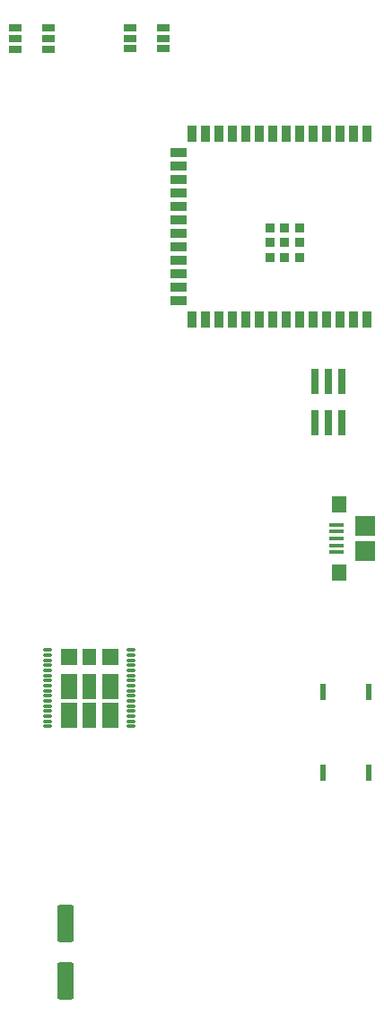
<source format=gbr>
%TF.GenerationSoftware,KiCad,Pcbnew,7.0.6-0*%
%TF.CreationDate,2023-08-11T12:33:22-04:00*%
%TF.ProjectId,bitaxeMax,62697461-7865-44d6-9178-2e6b69636164,rev?*%
%TF.SameCoordinates,Original*%
%TF.FileFunction,Paste,Bot*%
%TF.FilePolarity,Positive*%
%FSLAX46Y46*%
G04 Gerber Fmt 4.6, Leading zero omitted, Abs format (unit mm)*
G04 Created by KiCad (PCBNEW 7.0.6-0) date 2023-08-11 12:33:22*
%MOMM*%
%LPD*%
G01*
G04 APERTURE LIST*
G04 Aperture macros list*
%AMRoundRect*
0 Rectangle with rounded corners*
0 $1 Rounding radius*
0 $2 $3 $4 $5 $6 $7 $8 $9 X,Y pos of 4 corners*
0 Add a 4 corners polygon primitive as box body*
4,1,4,$2,$3,$4,$5,$6,$7,$8,$9,$2,$3,0*
0 Add four circle primitives for the rounded corners*
1,1,$1+$1,$2,$3*
1,1,$1+$1,$4,$5*
1,1,$1+$1,$6,$7*
1,1,$1+$1,$8,$9*
0 Add four rect primitives between the rounded corners*
20,1,$1+$1,$2,$3,$4,$5,0*
20,1,$1+$1,$4,$5,$6,$7,0*
20,1,$1+$1,$6,$7,$8,$9,0*
20,1,$1+$1,$8,$9,$2,$3,0*%
G04 Aperture macros list end*
%ADD10C,0.100000*%
%ADD11R,0.508000X1.524000*%
%ADD12R,0.900000X1.500000*%
%ADD13R,1.500000X0.900000*%
%ADD14R,0.900000X0.900000*%
%ADD15RoundRect,0.135000X0.295000X0.000000X-0.295000X0.000000X-0.295000X0.000000X0.295000X0.000000X0*%
%ADD16R,1.193800X0.711200*%
%ADD17RoundRect,0.250000X-0.550000X1.500000X-0.550000X-1.500000X0.550000X-1.500000X0.550000X1.500000X0*%
%ADD18R,0.760000X2.400000*%
%ADD19R,1.346200X0.406400*%
%ADD20R,1.397000X1.600200*%
%ADD21R,1.905000X1.905000*%
G04 APERTURE END LIST*
%TO.C,IC1*%
D10*
X108350000Y-120180000D02*
X106890000Y-120180000D01*
X106890000Y-117880000D01*
X108350000Y-117880000D01*
X108350000Y-120180000D01*
G36*
X108350000Y-120180000D02*
G01*
X106890000Y-120180000D01*
X106890000Y-117880000D01*
X108350000Y-117880000D01*
X108350000Y-120180000D01*
G37*
X108350000Y-117480000D02*
X106890000Y-117480000D01*
X106890000Y-115180000D01*
X108350000Y-115180000D01*
X108350000Y-117480000D01*
G36*
X108350000Y-117480000D02*
G01*
X106890000Y-117480000D01*
X106890000Y-115180000D01*
X108350000Y-115180000D01*
X108350000Y-117480000D01*
G37*
X108350000Y-114180000D02*
X106890000Y-114180000D01*
X106890000Y-112780000D01*
X108350000Y-112780000D01*
X108350000Y-114180000D01*
G36*
X108350000Y-114180000D02*
G01*
X106890000Y-114180000D01*
X106890000Y-112780000D01*
X108350000Y-112780000D01*
X108350000Y-114180000D01*
G37*
X106250000Y-120180000D02*
X105030000Y-120180000D01*
X105030000Y-117880000D01*
X106250000Y-117880000D01*
X106250000Y-120180000D01*
G36*
X106250000Y-120180000D02*
G01*
X105030000Y-120180000D01*
X105030000Y-117880000D01*
X106250000Y-117880000D01*
X106250000Y-120180000D01*
G37*
X106250000Y-117480000D02*
X105030000Y-117480000D01*
X105030000Y-115180000D01*
X106250000Y-115180000D01*
X106250000Y-117480000D01*
G36*
X106250000Y-117480000D02*
G01*
X105030000Y-117480000D01*
X105030000Y-115180000D01*
X106250000Y-115180000D01*
X106250000Y-117480000D01*
G37*
X106250000Y-114180000D02*
X105030000Y-114180000D01*
X105030000Y-112780000D01*
X106250000Y-112780000D01*
X106250000Y-114180000D01*
G36*
X106250000Y-114180000D02*
G01*
X105030000Y-114180000D01*
X105030000Y-112780000D01*
X106250000Y-112780000D01*
X106250000Y-114180000D01*
G37*
X104490000Y-120180000D02*
X103030000Y-120180000D01*
X103030000Y-117880000D01*
X104490000Y-117880000D01*
X104490000Y-120180000D01*
G36*
X104490000Y-120180000D02*
G01*
X103030000Y-120180000D01*
X103030000Y-117880000D01*
X104490000Y-117880000D01*
X104490000Y-120180000D01*
G37*
X104490000Y-117480000D02*
X103030000Y-117480000D01*
X103030000Y-115180000D01*
X104490000Y-115180000D01*
X104490000Y-117480000D01*
G36*
X104490000Y-117480000D02*
G01*
X103030000Y-117480000D01*
X103030000Y-115180000D01*
X104490000Y-115180000D01*
X104490000Y-117480000D01*
G37*
X104490000Y-114180000D02*
X103030000Y-114180000D01*
X103030000Y-112780000D01*
X104490000Y-112780000D01*
X104490000Y-114180000D01*
G36*
X104490000Y-114180000D02*
G01*
X103030000Y-114180000D01*
X103030000Y-112780000D01*
X104490000Y-112780000D01*
X104490000Y-114180000D01*
G37*
%TD*%
D11*
%TO.C,SW1*%
X132080000Y-116840000D03*
X127762000Y-116840000D03*
%TD*%
D12*
%TO.C,U12*%
X131870000Y-81710000D03*
X130600000Y-81710000D03*
X129330000Y-81710000D03*
X128060000Y-81710000D03*
X126790000Y-81710000D03*
X125520000Y-81710000D03*
X124250000Y-81710000D03*
X122980000Y-81710000D03*
X121710000Y-81710000D03*
X120440000Y-81710000D03*
X119170000Y-81710000D03*
X117900000Y-81710000D03*
X116630000Y-81710000D03*
X115360000Y-81710000D03*
D13*
X114110000Y-79945000D03*
X114110000Y-78675000D03*
X114110000Y-77405000D03*
X114110000Y-76135000D03*
X114110000Y-74865000D03*
X114110000Y-73595000D03*
X114110000Y-72325000D03*
X114110000Y-71055000D03*
X114110000Y-69785000D03*
X114110000Y-68515000D03*
X114110000Y-67245000D03*
X114110000Y-65975000D03*
D12*
X115360000Y-64210000D03*
X116630000Y-64210000D03*
X117900000Y-64210000D03*
X119170000Y-64210000D03*
X120440000Y-64210000D03*
X121710000Y-64210000D03*
X122980000Y-64210000D03*
X124250000Y-64210000D03*
X125520000Y-64210000D03*
X126790000Y-64210000D03*
X128060000Y-64210000D03*
X129330000Y-64210000D03*
X130600000Y-64210000D03*
X131870000Y-64210000D03*
D14*
X122750000Y-75860000D03*
X124150000Y-75860000D03*
X125550000Y-75860000D03*
X122750000Y-74460000D03*
X124150000Y-74460000D03*
X125550000Y-74460000D03*
X122750000Y-73060000D03*
X124150000Y-73060000D03*
X125550000Y-73060000D03*
%TD*%
D15*
%TO.C,IC1*%
X109624600Y-112880000D03*
X109624600Y-113360000D03*
X109624600Y-113840000D03*
X109624600Y-114320000D03*
X109624600Y-114800000D03*
X109624600Y-115280000D03*
X109624600Y-115760000D03*
X109624600Y-116240000D03*
X109624600Y-116720000D03*
X109624600Y-117200000D03*
X109624600Y-117680000D03*
X109624600Y-118160000D03*
X109624600Y-118640000D03*
X109624600Y-119120000D03*
X109624600Y-119600000D03*
X109624600Y-120080000D03*
X101755400Y-120080000D03*
X101755400Y-119600000D03*
X101755400Y-119120000D03*
X101755400Y-118640000D03*
X101755400Y-118160000D03*
X101755400Y-117680000D03*
X101755400Y-117200000D03*
X101755400Y-116720000D03*
X101755400Y-116240000D03*
X101755400Y-115760000D03*
X101755400Y-115280000D03*
X101755400Y-114800000D03*
X101755400Y-114320000D03*
X101755400Y-113840000D03*
X101755400Y-113360000D03*
X101755400Y-112880000D03*
%TD*%
D11*
%TO.C,SW2*%
X132080000Y-124460000D03*
X127762000Y-124460000D03*
%TD*%
D16*
%TO.C,U13*%
X112698247Y-54179999D03*
X112698247Y-55180000D03*
X112698247Y-56180001D03*
X109574047Y-56180001D03*
X109574047Y-55180000D03*
X109574047Y-54179999D03*
%TD*%
D17*
%TO.C,C28*%
X103490000Y-138720000D03*
X103490000Y-144120000D03*
%TD*%
D18*
%TO.C,J11*%
X129540000Y-91440000D03*
X129540000Y-87540000D03*
X128270000Y-91440000D03*
X128270000Y-87540000D03*
X127000000Y-91440000D03*
X127000000Y-87540000D03*
%TD*%
D16*
%TO.C,U4*%
X101864394Y-54209999D03*
X101864394Y-55210000D03*
X101864394Y-56210001D03*
X98740194Y-56210001D03*
X98740194Y-55210000D03*
X98740194Y-54209999D03*
%TD*%
D19*
%TO.C,USB1*%
X129061999Y-101059998D03*
X129061999Y-101709999D03*
X129061999Y-102359998D03*
X129061999Y-103009997D03*
X129061999Y-103659998D03*
D20*
X129286999Y-99159997D03*
X129286999Y-105559999D03*
D21*
X131737000Y-101159998D03*
X131737000Y-103559998D03*
%TD*%
M02*

</source>
